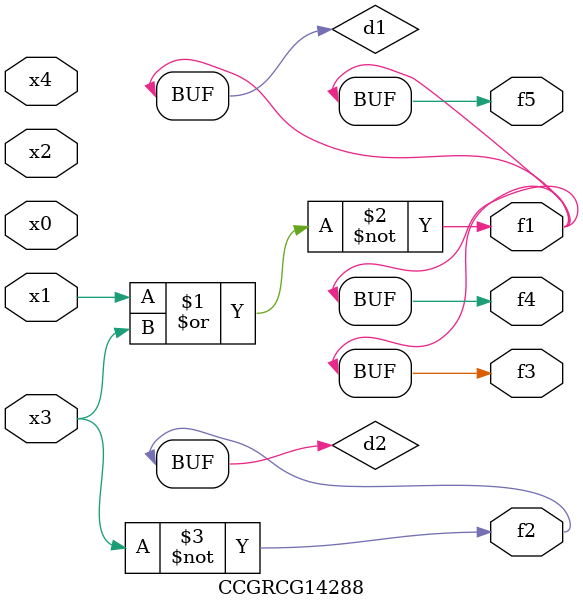
<source format=v>
module CCGRCG14288(
	input x0, x1, x2, x3, x4,
	output f1, f2, f3, f4, f5
);

	wire d1, d2;

	nor (d1, x1, x3);
	not (d2, x3);
	assign f1 = d1;
	assign f2 = d2;
	assign f3 = d1;
	assign f4 = d1;
	assign f5 = d1;
endmodule

</source>
